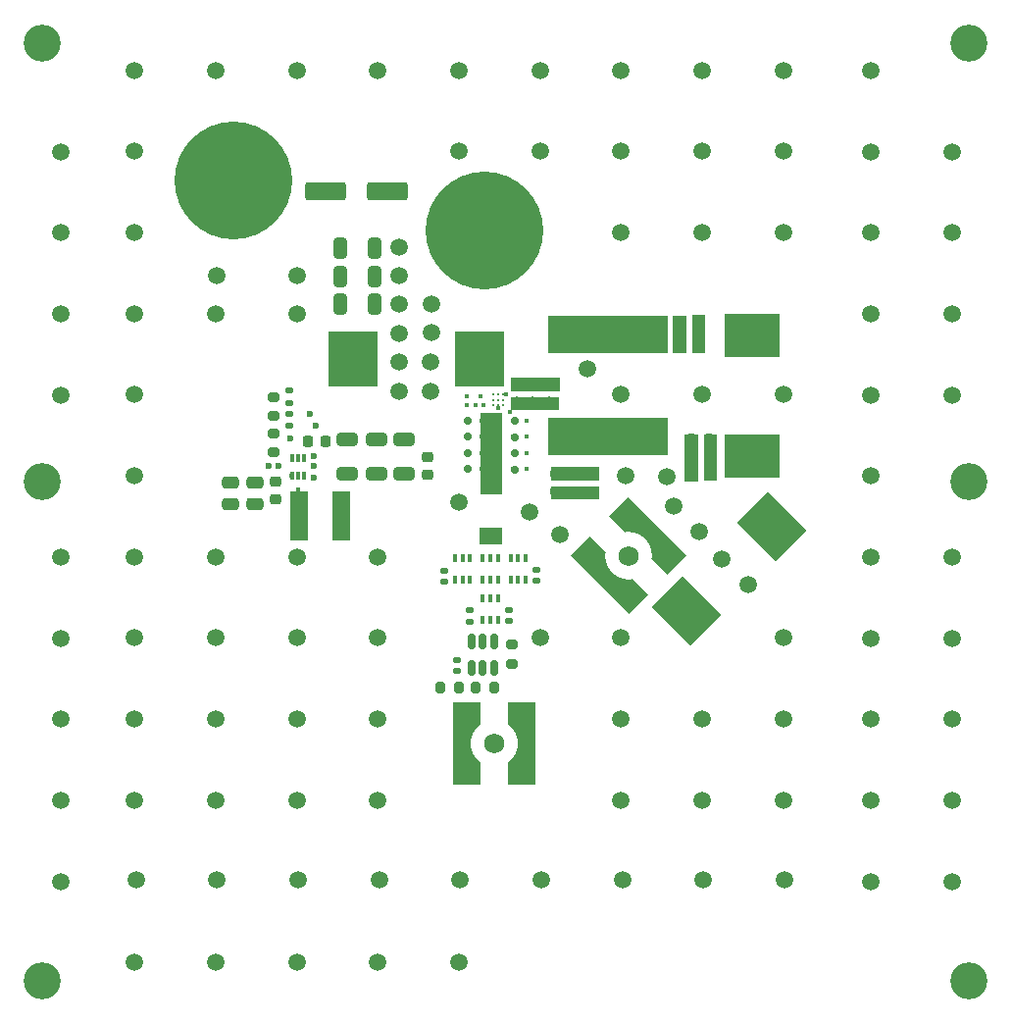
<source format=gbr>
%TF.GenerationSoftware,KiCad,Pcbnew,8.0.0*%
%TF.CreationDate,2024-04-09T17:38:53-07:00*%
%TF.ProjectId,phi2_50MHz_EPC2214,70686932-5f35-4304-9d48-7a5f45504332,rev?*%
%TF.SameCoordinates,Original*%
%TF.FileFunction,Soldermask,Top*%
%TF.FilePolarity,Negative*%
%FSLAX46Y46*%
G04 Gerber Fmt 4.6, Leading zero omitted, Abs format (unit mm)*
G04 Created by KiCad (PCBNEW 8.0.0) date 2024-04-09 17:38:53*
%MOMM*%
%LPD*%
G01*
G04 APERTURE LIST*
G04 Aperture macros list*
%AMRoundRect*
0 Rectangle with rounded corners*
0 $1 Rounding radius*
0 $2 $3 $4 $5 $6 $7 $8 $9 X,Y pos of 4 corners*
0 Add a 4 corners polygon primitive as box body*
4,1,4,$2,$3,$4,$5,$6,$7,$8,$9,$2,$3,0*
0 Add four circle primitives for the rounded corners*
1,1,$1+$1,$2,$3*
1,1,$1+$1,$4,$5*
1,1,$1+$1,$6,$7*
1,1,$1+$1,$8,$9*
0 Add four rect primitives between the rounded corners*
20,1,$1+$1,$2,$3,$4,$5,0*
20,1,$1+$1,$4,$5,$6,$7,0*
20,1,$1+$1,$6,$7,$8,$9,0*
20,1,$1+$1,$8,$9,$2,$3,0*%
%AMRotRect*
0 Rectangle, with rotation*
0 The origin of the aperture is its center*
0 $1 length*
0 $2 width*
0 $3 Rotation angle, in degrees counterclockwise*
0 Add horizontal line*
21,1,$1,$2,0,0,$3*%
%AMFreePoly0*
4,1,25,-1.500000,1.420000,-1.360000,1.280000,-1.205000,1.155000,-1.035000,1.045000,-0.860000,0.950000,-0.675001,0.875000,-0.480000,0.820000,-0.280000,0.780000,-0.085000,0.765000,0.085000,0.765000,0.280000,0.780000,0.480000,0.820000,0.675001,0.875000,0.860000,0.950000,1.035000,1.045000,1.205000,1.155000,1.360000,1.280000,1.500000,1.420000,1.645000,1.595000,3.555000,1.595000,
3.555000,-0.755000,-3.555000,-0.755000,-3.555000,1.595000,-1.645000,1.595000,-1.500000,1.420000,-1.500000,1.420000,$1*%
G04 Aperture macros list end*
%ADD10C,0.100000*%
%ADD11C,3.200000*%
%ADD12FreePoly0,135.000000*%
%ADD13FreePoly0,315.000000*%
%ADD14C,1.730000*%
%ADD15R,4.320000X4.700000*%
%ADD16RoundRect,0.250000X-0.325000X-0.650000X0.325000X-0.650000X0.325000X0.650000X-0.325000X0.650000X0*%
%ADD17RoundRect,0.150000X0.150000X0.200000X-0.150000X0.200000X-0.150000X-0.200000X0.150000X-0.200000X0*%
%ADD18RoundRect,0.150000X0.150000X-0.512500X0.150000X0.512500X-0.150000X0.512500X-0.150000X-0.512500X0*%
%ADD19R,10.340000X3.300000*%
%ADD20FreePoly0,90.000000*%
%ADD21FreePoly0,270.000000*%
%ADD22RoundRect,0.225000X-0.250000X0.225000X-0.250000X-0.225000X0.250000X-0.225000X0.250000X0.225000X0*%
%ADD23R,4.700000X3.810000*%
%ADD24RoundRect,0.140000X0.170000X-0.140000X0.170000X0.140000X-0.170000X0.140000X-0.170000X-0.140000X0*%
%ADD25RoundRect,0.250000X0.650000X-0.325000X0.650000X0.325000X-0.650000X0.325000X-0.650000X-0.325000X0*%
%ADD26RoundRect,0.200000X-0.275000X0.200000X-0.275000X-0.200000X0.275000X-0.200000X0.275000X0.200000X0*%
%ADD27RoundRect,0.225000X0.225000X0.250000X-0.225000X0.250000X-0.225000X-0.250000X0.225000X-0.250000X0*%
%ADD28R,0.300000X0.660000*%
%ADD29RoundRect,0.250000X-0.475000X0.250000X-0.475000X-0.250000X0.475000X-0.250000X0.475000X0.250000X0*%
%ADD30C,0.225000*%
%ADD31RoundRect,0.140000X-0.170000X0.140000X-0.170000X-0.140000X0.170000X-0.140000X0.170000X0.140000X0*%
%ADD32RoundRect,0.085000X0.085000X-0.265000X0.085000X0.265000X-0.085000X0.265000X-0.085000X-0.265000X0*%
%ADD33RoundRect,0.200000X0.200000X0.275000X-0.200000X0.275000X-0.200000X-0.275000X0.200000X-0.275000X0*%
%ADD34C,10.160000*%
%ADD35RoundRect,0.225000X-0.225000X-0.250000X0.225000X-0.250000X0.225000X0.250000X-0.225000X0.250000X0*%
%ADD36R,1.500000X4.200000*%
%ADD37RoundRect,0.200000X-0.200000X-0.275000X0.200000X-0.275000X0.200000X0.275000X-0.200000X0.275000X0*%
%ADD38RoundRect,0.250000X-1.500000X-0.550000X1.500000X-0.550000X1.500000X0.550000X-1.500000X0.550000X0*%
%ADD39RoundRect,0.135000X0.185000X-0.135000X0.185000X0.135000X-0.185000X0.135000X-0.185000X-0.135000X0*%
%ADD40RoundRect,0.225000X0.250000X-0.225000X0.250000X0.225000X-0.250000X0.225000X-0.250000X-0.225000X0*%
%ADD41RotRect,3.810000X4.700000X225.000000*%
%ADD42C,0.400000*%
%ADD43C,1.500000*%
%ADD44C,0.600000*%
%ADD45C,1.000000*%
%ADD46C,0.800000*%
G04 APERTURE END LIST*
D10*
X60760000Y-27320000D02*
X61820000Y-27320000D01*
X61820000Y-30520000D01*
X60760000Y-30520000D01*
X60760000Y-27320000D01*
G36*
X60760000Y-27320000D02*
G01*
X61820000Y-27320000D01*
X61820000Y-30520000D01*
X60760000Y-30520000D01*
X60760000Y-27320000D01*
G37*
X59110000Y-27340000D02*
X60170000Y-27340000D01*
X60170000Y-30550000D01*
X59110000Y-30550000D01*
X59110000Y-27340000D01*
G36*
X59110000Y-27340000D02*
G01*
X60170000Y-27340000D01*
X60170000Y-30550000D01*
X59110000Y-30550000D01*
X59110000Y-27340000D01*
G37*
X48550000Y-42100000D02*
X52630000Y-42100000D01*
X52630000Y-43160000D01*
X48550000Y-43160000D01*
X48550000Y-42100000D01*
G36*
X48550000Y-42100000D02*
G01*
X52630000Y-42100000D01*
X52630000Y-43160000D01*
X48550000Y-43160000D01*
X48550000Y-42100000D01*
G37*
X48590000Y-40450000D02*
X52670000Y-40450000D01*
X52670000Y-41510000D01*
X48590000Y-41510000D01*
X48590000Y-40450000D01*
G36*
X48590000Y-40450000D02*
G01*
X52670000Y-40450000D01*
X52670000Y-41510000D01*
X48590000Y-41510000D01*
X48590000Y-40450000D01*
G37*
X60100000Y-37590000D02*
X61160000Y-37590000D01*
X61160000Y-41580000D01*
X60100000Y-41580000D01*
X60100000Y-37590000D01*
G36*
X60100000Y-37590000D02*
G01*
X61160000Y-37590000D01*
X61160000Y-41580000D01*
X60100000Y-41580000D01*
X60100000Y-37590000D01*
G37*
X61760000Y-37640000D02*
X62820000Y-37640000D01*
X62820000Y-41550000D01*
X61760000Y-41550000D01*
X61760000Y-37640000D01*
G36*
X61760000Y-37640000D02*
G01*
X62820000Y-37640000D01*
X62820000Y-41550000D01*
X61760000Y-41550000D01*
X61760000Y-37640000D01*
G37*
X45090000Y-32720000D02*
X49270000Y-32720000D01*
X49270000Y-33780000D01*
X45090000Y-33780000D01*
X45090000Y-32720000D01*
G36*
X45090000Y-32720000D02*
G01*
X49270000Y-32720000D01*
X49270000Y-33780000D01*
X45090000Y-33780000D01*
X45090000Y-32720000D01*
G37*
X45120000Y-34370000D02*
X49200000Y-34370000D01*
X49200000Y-35430000D01*
X45120000Y-35430000D01*
X45120000Y-34370000D01*
G36*
X45120000Y-34370000D02*
G01*
X49200000Y-34370000D01*
X49200000Y-35430000D01*
X45120000Y-35430000D01*
X45120000Y-34370000D01*
G37*
X42470000Y-35800000D02*
X44255000Y-35800000D01*
X44255000Y-42690000D01*
X42470000Y-42690000D01*
X42470000Y-35800000D01*
G36*
X42470000Y-35800000D02*
G01*
X44255000Y-35800000D01*
X44255000Y-42690000D01*
X42470000Y-42690000D01*
X42470000Y-35800000D01*
G37*
X42430000Y-45645000D02*
X44255000Y-45645000D01*
X44255000Y-46995000D01*
X42430000Y-46995000D01*
X42430000Y-45645000D01*
G36*
X42430000Y-45645000D02*
G01*
X44255000Y-45645000D01*
X44255000Y-46995000D01*
X42430000Y-46995000D01*
X42430000Y-45645000D01*
G37*
D11*
%TO.C,REF\u002A\u002A*%
X84670000Y-84800000D03*
%TD*%
%TO.C,REF\u002A\u002A*%
X84670000Y-41720000D03*
%TD*%
%TO.C,REF\u002A\u002A*%
X84670000Y-3800000D03*
%TD*%
%TO.C,REF\u002A\u002A*%
X4670000Y-84800000D03*
%TD*%
%TO.C,REF\u002A\u002A*%
X4670000Y-41720000D03*
%TD*%
%TO.C,REF\u002A\u002A*%
X4670000Y-3800000D03*
%TD*%
D12*
%TO.C,RF_OUT*%
X57249899Y-46115101D03*
D13*
X53290101Y-50074899D03*
D14*
X55270000Y-48095000D03*
%TD*%
D15*
%TO.C,L1*%
X42410000Y-31110000D03*
X31490000Y-31110000D03*
%TD*%
D16*
%TO.C,C4*%
X33295000Y-26370000D03*
X30345000Y-26370000D03*
%TD*%
D17*
%TO.C,D8*%
X45412500Y-40640000D03*
X44012500Y-40640000D03*
%TD*%
D16*
%TO.C,C2*%
X33295000Y-21570000D03*
X30345000Y-21570000D03*
%TD*%
D18*
%TO.C,U4*%
X41720000Y-55457500D03*
X42670000Y-55457500D03*
X43620000Y-55457500D03*
X43620000Y-57732500D03*
X42670000Y-57732500D03*
X41720000Y-57732500D03*
%TD*%
D19*
%TO.C,L2*%
X53470000Y-37790000D03*
X53470000Y-28950000D03*
%TD*%
D20*
%TO.C,RF_IN*%
X46470000Y-64320000D03*
D21*
X40870000Y-64320000D03*
D14*
X43670000Y-64320000D03*
%TD*%
D22*
%TO.C,C19*%
X46930000Y-33235000D03*
X46930000Y-34785000D03*
%TD*%
D23*
%TO.C,L3*%
X65945000Y-39475000D03*
X65945000Y-29065000D03*
%TD*%
D24*
%TO.C,C9*%
X44970000Y-52765000D03*
X44970000Y-53725000D03*
%TD*%
D25*
%TO.C,C28*%
X30970000Y-38045000D03*
X30970000Y-40995000D03*
%TD*%
D22*
%TO.C,C20*%
X48340000Y-33235000D03*
X48340000Y-34785000D03*
%TD*%
D26*
%TO.C,R7*%
X24570000Y-39145000D03*
X24570000Y-37495000D03*
%TD*%
D27*
%TO.C,C12*%
X60695000Y-38020000D03*
X62245000Y-38020000D03*
%TD*%
D25*
%TO.C,C26*%
X35870000Y-38045000D03*
X35870000Y-40995000D03*
%TD*%
D27*
%TO.C,C21*%
X60695000Y-39570000D03*
X62245000Y-39570000D03*
%TD*%
D28*
%TO.C,U3*%
X42665000Y-51775000D03*
X43315000Y-51775000D03*
X43965000Y-51775000D03*
X43965000Y-53615000D03*
X43315000Y-53615000D03*
X42665000Y-53615000D03*
%TD*%
D29*
%TO.C,C24*%
X22970000Y-43640000D03*
X22970000Y-41740000D03*
%TD*%
D16*
%TO.C,C3*%
X33295000Y-23970000D03*
X30345000Y-23970000D03*
%TD*%
D28*
%TO.C,U5*%
X40270000Y-48275000D03*
X40920000Y-48275000D03*
X41570000Y-48275000D03*
X41570000Y-50115000D03*
X40920000Y-50115000D03*
X40270000Y-50115000D03*
%TD*%
D30*
%TO.C,Q1*%
X44445000Y-34170000D03*
X43995000Y-34170000D03*
X43545000Y-34170000D03*
X44445000Y-34620000D03*
X43995000Y-34620000D03*
X43545000Y-34620000D03*
X44445000Y-35070000D03*
X43995000Y-35070000D03*
X43545000Y-35070000D03*
%TD*%
D31*
%TO.C,C10*%
X40420000Y-58025000D03*
X40420000Y-57065000D03*
%TD*%
D17*
%TO.C,D4*%
X42770000Y-40620000D03*
X41370000Y-40620000D03*
%TD*%
%TO.C,D3*%
X42770000Y-39220000D03*
X41370000Y-39220000D03*
%TD*%
%TO.C,D1*%
X42770000Y-36420000D03*
X41370000Y-36420000D03*
%TD*%
%TO.C,D7*%
X45412500Y-39240000D03*
X44012500Y-39240000D03*
%TD*%
D25*
%TO.C,C27*%
X33470000Y-38045000D03*
X33470000Y-40995000D03*
%TD*%
D22*
%TO.C,C15*%
X45600000Y-33235000D03*
X45600000Y-34785000D03*
%TD*%
D32*
%TO.C,U1*%
X26220000Y-39670000D03*
X26720000Y-39670000D03*
X27220000Y-39670000D03*
X27220000Y-41170000D03*
X26720000Y-41170000D03*
X26220000Y-41170000D03*
%TD*%
D17*
%TO.C,D2*%
X42770000Y-37820000D03*
X41370000Y-37820000D03*
%TD*%
D24*
%TO.C,C8*%
X39320000Y-49365000D03*
X39320000Y-50325000D03*
%TD*%
D22*
%TO.C,C7*%
X49020000Y-42520000D03*
X49020000Y-40970000D03*
%TD*%
%TO.C,C25*%
X24770000Y-43245000D03*
X24770000Y-41695000D03*
%TD*%
D33*
%TO.C,R6*%
X38995000Y-59445000D03*
X40645000Y-59445000D03*
%TD*%
D17*
%TO.C,D5*%
X45410000Y-36450000D03*
X44010000Y-36450000D03*
%TD*%
D34*
%TO.C,12 V*%
X21170000Y-15720000D03*
%TD*%
D22*
%TO.C,C5*%
X52170000Y-42520000D03*
X52170000Y-40970000D03*
%TD*%
D26*
%TO.C,R3*%
X24570000Y-36045000D03*
X24570000Y-34395000D03*
%TD*%
D35*
%TO.C,C13*%
X61245000Y-28320000D03*
X59695000Y-28320000D03*
%TD*%
D26*
%TO.C,R5*%
X45170000Y-57420000D03*
X45170000Y-55770000D03*
%TD*%
D31*
%TO.C,C17*%
X41520000Y-53775000D03*
X41520000Y-52815000D03*
%TD*%
D36*
%TO.C,L5*%
X30420000Y-44670000D03*
X26820000Y-44670000D03*
%TD*%
D37*
%TO.C,R4*%
X43695000Y-59445000D03*
X42045000Y-59445000D03*
%TD*%
D38*
%TO.C,C1*%
X34470000Y-16620000D03*
X29070000Y-16620000D03*
%TD*%
D39*
%TO.C,R2*%
X25970000Y-33850000D03*
X25970000Y-34870000D03*
%TD*%
D40*
%TO.C,C29*%
X37870000Y-39545000D03*
X37870000Y-41095000D03*
%TD*%
D41*
%TO.C,L4*%
X60284018Y-52900491D03*
X67645000Y-45539509D03*
%TD*%
D34*
%TO.C,GND*%
X42840000Y-20010000D03*
%TD*%
D17*
%TO.C,D6*%
X45412500Y-37850000D03*
X44012500Y-37850000D03*
%TD*%
D28*
%TO.C,U6*%
X42670000Y-48275000D03*
X43320000Y-48275000D03*
X43970000Y-48275000D03*
X43970000Y-50115000D03*
X43320000Y-50115000D03*
X42670000Y-50115000D03*
%TD*%
D27*
%TO.C,C18*%
X27545000Y-38220000D03*
X29095000Y-38220000D03*
%TD*%
D39*
%TO.C,R1*%
X25970000Y-35860000D03*
X25970000Y-36880000D03*
%TD*%
D35*
%TO.C,C14*%
X61245000Y-29870000D03*
X59695000Y-29870000D03*
%TD*%
D22*
%TO.C,C6*%
X50620000Y-42520000D03*
X50620000Y-40970000D03*
%TD*%
D24*
%TO.C,C11*%
X47320000Y-49315000D03*
X47320000Y-50275000D03*
%TD*%
D29*
%TO.C,C23*%
X20920000Y-43640000D03*
X20920000Y-41740000D03*
%TD*%
D28*
%TO.C,U7*%
X45070000Y-48275000D03*
X45720000Y-48275000D03*
X46370000Y-48275000D03*
X46370000Y-50115000D03*
X45720000Y-50115000D03*
X45070000Y-50115000D03*
%TD*%
D27*
%TO.C,C22*%
X60695000Y-41120000D03*
X62245000Y-41120000D03*
%TD*%
D42*
X42030000Y-35050000D03*
X45040000Y-35660000D03*
D43*
X19720000Y-76070000D03*
X26720000Y-76070000D03*
X12720000Y-76070000D03*
X68720000Y-76070000D03*
X40720000Y-76070000D03*
X33720000Y-76070000D03*
X47720000Y-76070000D03*
X61720000Y-76070000D03*
X54720000Y-76070000D03*
X38120000Y-33920000D03*
X38220000Y-28820000D03*
X35470000Y-31320000D03*
X35470000Y-26370000D03*
X68620000Y-69170000D03*
X76205000Y-76200000D03*
D42*
X39320000Y-50325000D03*
X46420000Y-36420000D03*
X46420000Y-40620000D03*
X46420000Y-39220000D03*
X46420000Y-37820000D03*
X41260000Y-35070000D03*
D43*
X61320000Y-45970000D03*
X65560000Y-50560000D03*
X35420000Y-21470000D03*
X63320000Y-48410000D03*
X40620000Y-83180000D03*
X33620000Y-83180000D03*
X26620000Y-83180000D03*
X19620000Y-83180000D03*
X12620000Y-83180000D03*
X83205000Y-76200000D03*
X61620000Y-69170000D03*
X54620000Y-69170000D03*
X33620000Y-69170000D03*
X26620000Y-69170000D03*
X19620000Y-69170000D03*
X12620000Y-69170000D03*
X6205000Y-76200000D03*
X83205000Y-69200000D03*
X76205000Y-69200000D03*
X68620000Y-62170000D03*
X61620000Y-62170000D03*
X54620000Y-62170000D03*
X33620000Y-62170000D03*
X26620000Y-62170000D03*
X19620000Y-62170000D03*
X12620000Y-62170000D03*
X6205000Y-69200000D03*
X83205000Y-62200000D03*
X76205000Y-62200000D03*
X68620000Y-55170000D03*
X54620000Y-55170000D03*
X47620000Y-55170000D03*
X33620000Y-55170000D03*
X26620000Y-55170000D03*
X19620000Y-55170000D03*
X12620000Y-55170000D03*
X6205000Y-62200000D03*
X83205000Y-55200000D03*
X76205000Y-55200000D03*
X33620000Y-48170000D03*
X26620000Y-48170000D03*
X19620000Y-48170000D03*
X12620000Y-48170000D03*
X6205000Y-55200000D03*
X83205000Y-48200000D03*
X76205000Y-48200000D03*
X12620000Y-41170000D03*
X6205000Y-48200000D03*
X76205000Y-41200000D03*
X68620000Y-34170000D03*
X61620000Y-34170000D03*
X54620000Y-34170000D03*
X12620000Y-34170000D03*
X83205000Y-34200000D03*
X76205000Y-34200000D03*
X26620000Y-27170000D03*
X19620000Y-27170000D03*
X12620000Y-27170000D03*
X6205000Y-34200000D03*
X83205000Y-27200000D03*
X76205000Y-27200000D03*
X68620000Y-20170000D03*
X61620000Y-20170000D03*
X54620000Y-20170000D03*
X12620000Y-20170000D03*
X6205000Y-27200000D03*
X83205000Y-20200000D03*
X76205000Y-20200000D03*
X68620000Y-13170000D03*
X61620000Y-13170000D03*
X54620000Y-13170000D03*
X47620000Y-13170000D03*
X40620000Y-13170000D03*
X12620000Y-13170000D03*
X6205000Y-20200000D03*
X83205000Y-13200000D03*
X76205000Y-13200000D03*
X68620000Y-6170000D03*
X61620000Y-6170000D03*
X54620000Y-6170000D03*
X47620000Y-6170000D03*
X40620000Y-6170000D03*
X33620000Y-6170000D03*
X26620000Y-6170000D03*
X19620000Y-6170000D03*
X12620000Y-6170000D03*
X6205000Y-13200000D03*
X76205000Y-6200000D03*
D42*
X42480000Y-34360000D03*
X41290000Y-34290000D03*
X26150000Y-41180000D03*
D44*
X26010000Y-37930000D03*
X25970000Y-33830000D03*
D45*
X49020000Y-42580000D03*
X50610000Y-42580000D03*
X52160000Y-42580000D03*
X60680000Y-41100000D03*
X60690000Y-39540000D03*
X60720000Y-38010000D03*
D43*
X49360000Y-46260000D03*
D42*
X42760000Y-35040000D03*
X43280000Y-36300000D03*
D43*
X58570000Y-41220000D03*
X55020000Y-41170000D03*
X38120000Y-31320000D03*
X38220000Y-26370000D03*
D42*
X45270000Y-40620000D03*
X45270000Y-39220000D03*
X45270000Y-37820000D03*
X45270000Y-36420000D03*
D43*
X59180000Y-43800000D03*
X46750000Y-44290000D03*
X40620000Y-43470000D03*
X51690000Y-31980000D03*
X35470000Y-33870000D03*
X35470000Y-28870000D03*
X35470000Y-23870000D03*
X26620000Y-23870000D03*
X19720000Y-23870000D03*
D46*
X45600000Y-34750000D03*
X46960000Y-34760000D03*
X48370000Y-34770000D03*
D42*
X44717653Y-34170000D03*
D44*
X37870000Y-39420000D03*
D42*
X40920000Y-49995000D03*
D45*
X41895000Y-67270000D03*
D42*
X41720000Y-55845000D03*
D44*
X35420000Y-37770000D03*
X24170000Y-40370000D03*
D45*
X46620000Y-61370000D03*
X51120000Y-48070000D03*
X54520000Y-51470000D03*
D44*
X39080000Y-59450000D03*
X33020000Y-37770000D03*
D45*
X59445000Y-48045000D03*
D44*
X33020000Y-23570000D03*
D42*
X41720000Y-55045000D03*
D44*
X22620000Y-43420000D03*
X33020000Y-21970000D03*
X33020000Y-24420000D03*
X28070000Y-40370000D03*
X33920000Y-37770000D03*
D45*
X46620000Y-66195000D03*
D44*
X36320000Y-37770000D03*
D45*
X51920000Y-47270000D03*
D44*
X33020000Y-25920000D03*
D45*
X58620000Y-47220000D03*
X55245000Y-43895000D03*
D44*
X23320000Y-43420000D03*
D42*
X43976666Y-35346266D03*
D45*
X33220000Y-16570000D03*
X58645000Y-48870000D03*
X55270000Y-52295000D03*
D42*
X42670000Y-58145000D03*
D44*
X28220000Y-36870000D03*
D42*
X43320000Y-53495000D03*
D45*
X40695000Y-61345000D03*
X40670000Y-67270000D03*
D44*
X28070000Y-39470000D03*
D45*
X46645000Y-67270000D03*
X35670000Y-16570000D03*
D44*
X31420000Y-37770000D03*
X27760000Y-35860000D03*
D45*
X56120000Y-51470000D03*
D44*
X30470000Y-37770000D03*
X24770000Y-43070000D03*
X42140000Y-59460000D03*
D45*
X40670000Y-66120000D03*
D44*
X25070000Y-40370000D03*
D45*
X56020000Y-44695000D03*
D42*
X45720000Y-49995000D03*
X44970000Y-53745000D03*
D44*
X20570000Y-43420000D03*
D42*
X43320000Y-49995000D03*
D44*
X33020000Y-26820000D03*
D45*
X40695000Y-62495000D03*
D44*
X28070000Y-41320000D03*
D42*
X24570000Y-38970000D03*
D45*
X41870000Y-61345000D03*
D42*
X47320000Y-50195000D03*
D45*
X46620000Y-62520000D03*
D44*
X21270000Y-43420000D03*
D45*
X45445000Y-67270000D03*
X51920000Y-48870000D03*
X54495000Y-44745000D03*
D42*
X42670000Y-57295000D03*
D44*
X33020000Y-21120000D03*
D42*
X40420000Y-57945000D03*
D45*
X45470000Y-61370000D03*
D42*
X41520000Y-53695000D03*
X29095000Y-38220000D03*
X26720000Y-42370000D03*
X44110000Y-40640000D03*
X44130000Y-37830000D03*
X44110000Y-39210000D03*
X42670000Y-37800000D03*
X42670000Y-39210000D03*
X42680000Y-40600000D03*
X44120000Y-36420000D03*
X42660000Y-36410000D03*
M02*

</source>
